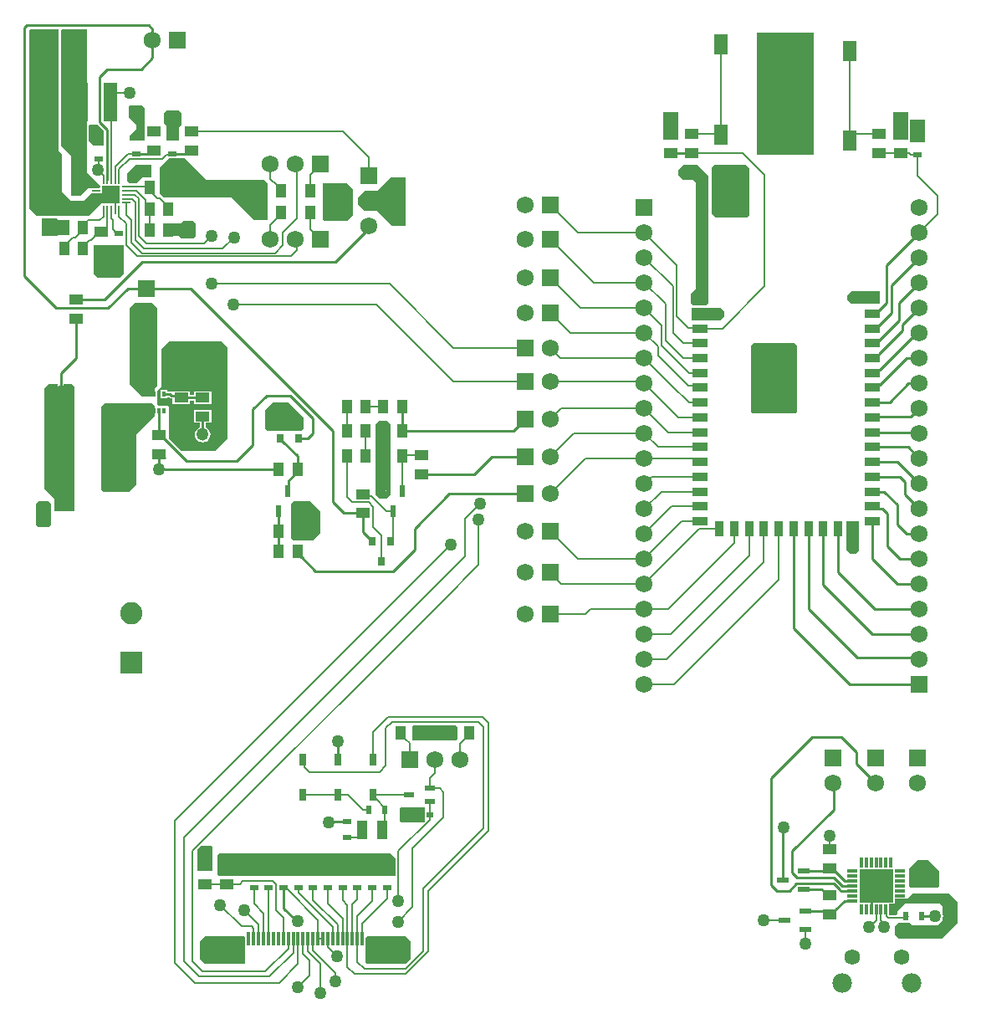
<source format=gtl>
G04*
G04 #@! TF.GenerationSoftware,Altium Limited,Altium Designer,21.0.8 (223)*
G04*
G04 Layer_Physical_Order=1*
G04 Layer_Color=255*
%FSLAX25Y25*%
%MOIN*%
G70*
G04*
G04 #@! TF.SameCoordinates,39A8B939-FCF9-4CCB-A2C1-C80A2B419B22*
G04*
G04*
G04 #@! TF.FilePolarity,Positive*
G04*
G01*
G75*
%ADD13C,0.01000*%
%ADD48R,0.02126X0.03701*%
%ADD49R,0.05709X0.03937*%
%ADD50R,0.03937X0.05709*%
%ADD51R,0.02362X0.04921*%
%ADD52R,0.03150X0.03543*%
%ADD53R,0.03701X0.02126*%
%ADD54R,0.04331X0.07677*%
%ADD55R,0.02953X0.02362*%
%ADD56R,0.04134X0.01968*%
%ADD57R,0.03150X0.04528*%
%ADD58R,0.05512X0.08268*%
%ADD59R,0.04331X0.04331*%
%ADD60R,0.05906X0.03543*%
%ADD61R,0.03543X0.05906*%
%ADD62R,0.10236X0.32284*%
%ADD63R,0.01181X0.01870*%
%ADD64R,0.00787X0.03347*%
%ADD65R,0.03347X0.00787*%
%ADD66R,0.06693X0.06693*%
%ADD67R,0.05709X0.15315*%
%ADD68R,0.10433X0.09055*%
%ADD69R,0.01181X0.05512*%
%ADD70R,0.04921X0.02362*%
%ADD71R,0.13189X0.13189*%
%ADD72R,0.03937X0.01181*%
%ADD73R,0.01181X0.03937*%
%ADD74C,0.00600*%
%ADD75C,0.00750*%
%ADD76C,0.00900*%
%ADD77C,0.00800*%
%ADD78C,0.07795*%
%ADD79C,0.06228*%
%ADD80R,0.08858X0.08858*%
%ADD81C,0.08858*%
%ADD82C,0.06791*%
%ADD83R,0.06791X0.06791*%
%ADD84R,0.06791X0.06791*%
%ADD85C,0.05000*%
G36*
X355142Y345000D02*
X349142D01*
Y356000D01*
X355142D01*
Y345000D01*
D02*
G37*
G36*
X263500D02*
X257500D01*
Y356000D01*
X263500D01*
Y345000D01*
D02*
G37*
G36*
X65500Y355500D02*
Y351000D01*
X64500Y350000D01*
Y344500D01*
X59500D01*
Y350500D01*
X58500Y351500D01*
X58500Y355500D01*
X59500Y356500D01*
X64500D01*
X65500Y355500D01*
D02*
G37*
G36*
X51000Y357500D02*
Y344500D01*
X45000D01*
X45000Y346500D01*
X47500Y349000D01*
Y351000D01*
X44500Y354000D01*
X44500Y358000D01*
X45000Y358500D01*
X50000D01*
X51000Y357500D01*
D02*
G37*
G36*
X362000Y344000D02*
X356000D01*
Y353000D01*
X362000D01*
Y344000D01*
D02*
G37*
G36*
X34500Y348500D02*
Y342500D01*
X30500D01*
X28649Y344351D01*
X28649Y350649D01*
X29000Y351000D01*
X32000Y351000D01*
X34500Y348500D01*
D02*
G37*
G36*
X317500Y339000D02*
X295000D01*
Y387500D01*
X317500D01*
Y339000D01*
D02*
G37*
G36*
X53500Y330000D02*
X50000Y330000D01*
X47500Y327500D01*
X45000D01*
X44000Y328500D01*
Y331500D01*
X47500Y335000D01*
X53500D01*
X53500Y330000D01*
D02*
G37*
G36*
X28000Y388987D02*
X28000Y332000D01*
X33000Y327000D01*
Y325742D01*
X28580Y325742D01*
X25338Y322500D01*
X21500D01*
Y338500D01*
X17500Y342500D01*
Y388646D01*
X17854Y389000D01*
X28000Y388987D01*
D02*
G37*
G36*
X155000Y310500D02*
X149575D01*
X143575Y316500D01*
X138500D01*
X136000Y319000D01*
Y322000D01*
X138500Y324500D01*
X143500Y324500D01*
X149000Y330000D01*
X155000Y330000D01*
Y310500D01*
D02*
G37*
G36*
X16547Y340710D02*
X17913Y339087D01*
X18000Y324000D01*
X21500Y320500D01*
X26500Y320500D01*
X29500Y323500D01*
X33500D01*
X33581Y323581D01*
X33942D01*
Y323942D01*
X34000Y324000D01*
Y326500D01*
X41000D01*
Y319500D01*
X40144D01*
Y321425D01*
X40068Y321806D01*
X39852Y322128D01*
X38278Y323703D01*
X37955Y323918D01*
X37575Y323994D01*
X37194Y323918D01*
X36872Y323703D01*
X36656Y323380D01*
X36581Y323000D01*
X36656Y322620D01*
X36872Y322297D01*
X38155Y321013D01*
Y319500D01*
X33500D01*
X28500Y314500D01*
X8000D01*
X5000Y317500D01*
Y388500D01*
X5500Y389000D01*
X16500D01*
X16547Y340710D01*
D02*
G37*
G36*
X290500Y335000D02*
X292000Y333500D01*
X292000Y315000D01*
X291000Y314000D01*
X278500D01*
X277000Y315500D01*
X277000Y334000D01*
X278000Y335000D01*
X290500Y335000D01*
D02*
G37*
G36*
X75500Y329000D02*
X98500D01*
X100000Y327500D01*
X100000Y313000D01*
X94500Y313000D01*
X85500Y322000D01*
X58500Y322000D01*
X57000Y323500D01*
Y334000D01*
X60500Y337500D01*
X67000D01*
X75500Y329000D01*
D02*
G37*
G36*
X134000Y325000D02*
Y315000D01*
X131500Y312500D01*
X122500D01*
X122000Y313000D01*
Y327500D01*
X131500D01*
X134000Y325000D01*
D02*
G37*
G36*
X16500Y313000D02*
X21000D01*
Y307000D01*
X16500D01*
X16000Y306500D01*
X10000D01*
Y313500D01*
X16000D01*
X16500Y313000D01*
D02*
G37*
G36*
X71091Y311500D02*
Y306500D01*
X70091Y305500D01*
X65591D01*
X64591Y306500D01*
X59091D01*
Y311500D01*
X65091D01*
X66091Y312500D01*
X70091Y312500D01*
X71091Y311500D01*
D02*
G37*
G36*
X42500Y291500D02*
X41000Y290000D01*
X32000D01*
X30500Y291500D01*
Y303000D01*
X42500D01*
Y291500D01*
D02*
G37*
G36*
X344000Y279500D02*
X332500D01*
X331000Y281000D01*
Y283000D01*
X332500Y284500D01*
X344000D01*
Y279500D01*
D02*
G37*
G36*
X271000Y335000D02*
X275506Y330494D01*
X275506Y280000D01*
X274500Y279000D01*
X270992Y279000D01*
X269500Y279000D01*
X268500Y280000D01*
Y283500D01*
X270500Y285500D01*
X270500Y327992D01*
X269508Y329000D01*
X265489Y329000D01*
X263500Y331000D01*
Y332989D01*
X265489Y335000D01*
X266500Y335000D01*
X271000Y335000D01*
D02*
G37*
G36*
X282000Y276500D02*
Y274500D01*
X280500Y273000D01*
X269000D01*
Y278000D01*
X280500D01*
X282000Y276500D01*
D02*
G37*
G36*
X23000Y246500D02*
Y209000D01*
X23000Y197000D01*
X15000Y197000D01*
X15000Y202000D01*
X11000Y206000D01*
Y246000D01*
X12500Y247500D01*
X16378D01*
Y244500D01*
X16464Y244071D01*
X16707Y243707D01*
X17071Y243464D01*
X17500Y243378D01*
X17929Y243464D01*
X18293Y243707D01*
X18536Y244071D01*
X18621Y244500D01*
Y247500D01*
X22000D01*
X23000Y246500D01*
D02*
G37*
G36*
X54000Y280000D02*
X56000Y278000D01*
X56000Y247000D01*
X55000Y246000D01*
X55000Y242500D01*
X50000Y242500D01*
X45000Y247500D01*
X45000Y278000D01*
X47000Y280000D01*
X54000Y280000D01*
D02*
G37*
G36*
X311000Y262955D02*
Y236500D01*
X310500Y236000D01*
X293000D01*
X292500Y236500D01*
Y263000D01*
X293500Y264000D01*
X309955D01*
X311000Y262955D01*
D02*
G37*
G36*
X114379Y234121D02*
Y229813D01*
X113379Y228813D01*
X99879Y228813D01*
X98879Y229813D01*
X98879Y237313D01*
X101879Y240313D01*
X108187D01*
X114379Y234121D01*
D02*
G37*
G36*
X84000Y262000D02*
X84000Y226000D01*
X79000Y221000D01*
X65500D01*
X60500Y226000D01*
X60500Y238500D01*
X60000Y239000D01*
X56500D01*
X56000Y239500D01*
Y245000D01*
X57500Y246500D01*
Y261500D01*
X60500Y264500D01*
X81500D01*
X84000Y262000D01*
D02*
G37*
G36*
X55000Y239000D02*
Y235024D01*
X47500Y227524D01*
Y207500D01*
X44500Y204500D01*
X34500D01*
X33500Y205500D01*
Y238500D01*
X35000Y240000D01*
X54000D01*
X55000Y239000D01*
D02*
G37*
G36*
X147500Y233000D02*
X149000Y231500D01*
X149000Y203500D01*
X147500Y202000D01*
X144500D01*
X143000Y203500D01*
Y231500D01*
X144500Y233000D01*
X147500Y233000D01*
D02*
G37*
G36*
X13500Y200000D02*
Y191500D01*
X12500Y190500D01*
X8500D01*
X7500Y191500D01*
Y200000D01*
X8500Y201000D01*
X12500D01*
X13500Y200000D01*
D02*
G37*
G36*
X120813Y196879D02*
Y188379D01*
X117813Y185379D01*
X110313Y185379D01*
X109313Y186379D01*
X109313Y199879D01*
X110313Y200879D01*
X116813D01*
X120813Y196879D01*
D02*
G37*
G36*
X335583Y181461D02*
X334083Y179961D01*
X332083D01*
X330583Y181461D01*
Y192961D01*
X335583D01*
Y181461D01*
D02*
G37*
G36*
X175502Y111017D02*
X175482Y105982D01*
X175000Y105500D01*
X158000Y105500D01*
X157500Y106000D01*
X157500Y111000D01*
X158000Y111500D01*
X175000Y111500D01*
X175502Y111017D01*
D02*
G37*
G36*
X162575Y73373D02*
X162202Y73000D01*
X153075D01*
X152575Y73500D01*
Y78500D01*
X153075Y79000D01*
X162575D01*
Y73373D01*
D02*
G37*
G36*
X78000Y63000D02*
Y53500D01*
X72000D01*
Y62202D01*
X73298Y63500D01*
X77500D01*
X78000Y63000D01*
D02*
G37*
G36*
X151000Y58500D02*
Y52000D01*
X150500Y51500D01*
X80500D01*
X80000Y52000D01*
Y60000D01*
X80500Y60500D01*
X149000D01*
X151000Y58500D01*
D02*
G37*
G36*
X367500Y53500D02*
Y47500D01*
X367000Y47000D01*
X356000D01*
X355500Y47500D01*
Y54500D01*
X359000Y58000D01*
X363000D01*
X367500Y53500D01*
D02*
G37*
G36*
X371500Y44500D02*
X375000Y41000D01*
X375000Y33000D01*
X368500Y26500D01*
X351500D01*
X350000Y28000D01*
Y31500D01*
X351500Y33000D01*
X356000D01*
X357000Y32000D01*
X367000Y32000D01*
X369000Y34000D01*
Y34642D01*
X369020Y34691D01*
X369127Y35500D01*
X369020Y36309D01*
X369000Y36358D01*
X369000Y39500D01*
X368000Y40500D01*
X354000D01*
X351000Y37500D01*
Y36500D01*
X350500Y36000D01*
X347651D01*
X347539Y36111D01*
Y40485D01*
X349606D01*
Y40498D01*
X350000Y40500D01*
Y42500D01*
X355000D01*
X357000Y44500D01*
X371500Y44500D01*
D02*
G37*
G36*
X157000Y25500D02*
Y18500D01*
X155000Y16500D01*
X139500D01*
X139000Y17000D01*
Y27000D01*
X139500Y27500D01*
X155000D01*
X157000Y25500D01*
D02*
G37*
G36*
X91000Y27000D02*
Y17000D01*
X90500Y16500D01*
X75000D01*
X73000Y18500D01*
Y25500D01*
X75000Y27500D01*
X90500D01*
X91000Y27000D01*
D02*
G37*
%LPC*%
G36*
X59763Y245190D02*
X57382D01*
Y242120D01*
X59763D01*
Y242533D01*
X60381D01*
X60707Y242207D01*
X60707Y242207D01*
X61071Y241964D01*
X61500Y241879D01*
X62046D01*
Y239672D01*
X68954D01*
Y241119D01*
X70546D01*
Y239672D01*
X77454D01*
Y244809D01*
X70546D01*
Y243362D01*
X68954D01*
Y244809D01*
X62046D01*
Y244748D01*
X61859Y244610D01*
X61546Y244510D01*
X61275Y244691D01*
X60846Y244776D01*
X60845Y244776D01*
X59763D01*
Y245190D01*
D02*
G37*
G36*
X77454Y237328D02*
X70546D01*
Y232191D01*
X72878D01*
Y230391D01*
X72437Y230208D01*
X71789Y229711D01*
X71292Y229063D01*
X70980Y228309D01*
X70873Y227500D01*
X70980Y226691D01*
X71292Y225937D01*
X71789Y225289D01*
X72437Y224792D01*
X73191Y224480D01*
X74000Y224373D01*
X74809Y224480D01*
X75563Y224792D01*
X76211Y225289D01*
X76708Y225937D01*
X77020Y226691D01*
X77127Y227500D01*
X77020Y228309D01*
X76708Y229063D01*
X76211Y229711D01*
X75563Y230208D01*
X75122Y230391D01*
Y232191D01*
X77454D01*
Y237328D01*
D02*
G37*
G36*
X146000Y206275D02*
X145571Y206190D01*
X145207Y205947D01*
X145187Y205927D01*
X144944Y205563D01*
X144859Y205134D01*
X144944Y204705D01*
X145187Y204341D01*
X145551Y204098D01*
X145980Y204012D01*
X146409Y204098D01*
X146773Y204341D01*
X146793Y204361D01*
X147036Y204724D01*
X147122Y205153D01*
X147036Y205583D01*
X146793Y205947D01*
X146429Y206190D01*
X146000Y206275D01*
D02*
G37*
%LPD*%
D13*
X345689Y204811D02*
X351000Y199500D01*
Y191500D02*
X354500Y188000D01*
X351000Y191500D02*
Y199500D01*
X347000Y183000D02*
X352000Y178000D01*
X347000Y183000D02*
Y196000D01*
X345000Y198000D02*
X347000Y196000D01*
X354500Y188000D02*
X359642D01*
X352000Y178000D02*
X359642D01*
X351000Y168000D02*
X359642D01*
X341039Y177961D02*
Y193000D01*
Y177961D02*
X351000Y168000D01*
X341945Y198000D02*
X345000D01*
X341039Y198906D02*
X341945Y198000D01*
X341039Y204811D02*
X345689D01*
X334500Y96149D02*
X342149Y88500D01*
X328587Y107000D02*
X334500Y101087D01*
Y96149D02*
Y101087D01*
X317000Y107000D02*
X328587D01*
X300644Y90645D02*
X317000Y107000D01*
X300644Y47855D02*
Y90645D01*
X305366Y50000D02*
Y70866D01*
X343827Y253327D02*
X358500Y268000D01*
X359642D01*
X341039Y252055D02*
X342311Y253327D01*
X343827D01*
X145980Y205134D02*
X146000Y205153D01*
X118000Y228000D02*
Y234000D01*
X112240Y226063D02*
X116063D01*
X118000Y228000D01*
X67549Y216978D02*
X87500D01*
X109000Y243000D02*
X118000Y234000D01*
X94000Y237500D02*
X99500Y243000D01*
X109000D01*
X87500Y216978D02*
X94000Y223478D01*
Y237500D01*
X111740Y212614D02*
Y213500D01*
X104760Y225866D02*
Y226063D01*
Y225866D02*
X105835Y224791D01*
X106032D01*
X111740Y219083D01*
Y213500D02*
Y219083D01*
X360650Y35500D02*
X366000D01*
X340443Y38231D02*
Y45711D01*
X342412Y47679D01*
X128000Y97890D02*
Y105390D01*
X124227Y73150D02*
X131500D01*
X124161Y73084D02*
X124227Y73150D01*
X106278Y38722D02*
X111750Y33250D01*
X106278Y38722D02*
Y46850D01*
X325492Y77992D02*
Y88333D01*
X309000Y61500D02*
X325492Y77992D01*
X126856Y296356D02*
X140077Y309577D01*
X34740Y281240D02*
X49856Y296356D01*
X126856D01*
X140077Y309577D02*
Y310484D01*
X23500Y281240D02*
X34740D01*
X23500Y258000D02*
Y273760D01*
X17500Y252000D02*
X23500Y258000D01*
X17500Y244500D02*
Y252000D01*
X58854Y225673D02*
X67549Y216978D01*
X110272Y211146D02*
X110272D01*
X108000Y205634D02*
X108135Y205768D01*
Y209009D01*
X110272Y211146D01*
X110272D02*
X111740Y212614D01*
X58854Y225673D02*
Y225772D01*
X57386Y227240D02*
X58854Y225772D01*
X56604Y227240D02*
X57386D01*
X56604D02*
Y237056D01*
X74000Y227500D02*
Y234760D01*
Y225500D02*
Y227500D01*
X65500Y242240D02*
X74000D01*
X64740Y243000D02*
X65500Y242240D01*
X61500Y243000D02*
X64740D01*
X58572Y243655D02*
X60846D01*
X61500Y243000D01*
X62000Y339350D02*
X68090D01*
X325324Y88500D02*
X325492Y88333D01*
X47500Y339350D02*
X53091D01*
X47000D02*
X47500D01*
X359500Y127858D02*
X359642Y128000D01*
X300644Y47855D02*
X302789Y45711D01*
X309000Y53000D02*
Y61500D01*
X313634Y46240D02*
X313778Y46384D01*
X323800Y36404D02*
X324686D01*
X322914Y43884D02*
X323800D01*
X324000Y54760D02*
X324886D01*
X329774Y41774D02*
X332963D01*
X329958Y49648D02*
X332963D01*
X327754Y46297D02*
Y46308D01*
X328821Y47679D02*
X332963D01*
X324886Y54760D02*
X326354Y53291D01*
X323000Y53760D02*
X324000Y54760D01*
X326354Y53251D02*
Y53291D01*
X320616Y46384D02*
X321446Y45554D01*
Y45353D02*
Y45554D01*
Y45353D02*
X322914Y43884D01*
X322444Y37760D02*
X323800Y36404D01*
X326154Y37872D02*
Y38154D01*
X324686Y36404D02*
X326154Y37872D01*
X327754Y46297D02*
X328340Y45711D01*
X332963D01*
X326154Y38154D02*
X329774Y41774D01*
X325541Y48521D02*
X327754Y46308D01*
X325500Y51000D02*
X328821Y47679D01*
X307907Y45711D02*
X310718Y48521D01*
X302789Y45711D02*
X307907D01*
X309000Y53000D02*
X311000Y51000D01*
X326354Y53251D02*
X329958Y49648D01*
X310718Y48521D02*
X325541D01*
X311000Y51000D02*
X325500D01*
X313778Y46384D02*
X320616D01*
X313634Y53760D02*
X323000D01*
X314134Y37760D02*
X322444D01*
X332000Y128000D02*
X359642D01*
X309543Y150457D02*
X332000Y128000D01*
X309543Y150457D02*
Y190047D01*
X359142Y138500D02*
X359642Y138000D01*
X335000Y138500D02*
X359142D01*
X315449Y158051D02*
X335000Y138500D01*
X315449Y158051D02*
Y190047D01*
X341000Y148000D02*
X359642D01*
X321354Y167646D02*
X341000Y148000D01*
X321354Y167646D02*
Y190047D01*
X342000Y158000D02*
X359642D01*
X327260Y172740D02*
X342000Y158000D01*
X327260Y172740D02*
Y190047D01*
X359500Y198000D02*
X359642D01*
X354000Y203500D02*
X359500Y198000D01*
X351783Y210717D02*
X354000Y208500D01*
Y203500D02*
Y208500D01*
X341039Y210717D02*
X351783D01*
X341039Y216622D02*
X351020D01*
X359642Y208000D01*
X341039Y222528D02*
X355114D01*
X359642Y218000D01*
X341039Y228433D02*
X359209D01*
X359642Y228000D01*
X341000Y234500D02*
X356142D01*
X359642Y238000D01*
X341000Y234378D02*
X341039Y234339D01*
X341000Y234378D02*
Y234500D01*
X359474Y247832D02*
X359642Y248000D01*
X355332Y247832D02*
X359474D01*
X347744Y240244D02*
X355332Y247832D01*
X341039Y240244D02*
X347744D01*
X342311Y247421D02*
X343921D01*
X354500Y258000D02*
X359642D01*
X341039Y246150D02*
X342311Y247421D01*
X343921D02*
X354500Y258000D01*
X351500Y280000D02*
X359500Y288000D01*
X343638Y265138D02*
X351500Y273000D01*
Y280000D01*
X353000Y271358D02*
X359642Y278000D01*
X353000Y269000D02*
Y271358D01*
X343492Y259492D02*
X353000Y269000D01*
X341039Y257961D02*
X342220D01*
X343492Y259232D01*
Y259492D01*
X359500Y288000D02*
X359642D01*
X341039Y263866D02*
X342311Y265138D01*
X343638D01*
X348500Y276000D02*
Y286858D01*
X343543Y271043D02*
X348500Y276000D01*
Y286858D02*
X359642Y298000D01*
X341039Y269772D02*
X342311Y271043D01*
X343543D01*
X343492Y276992D02*
X346500Y280000D01*
Y294858D02*
X359642Y308000D01*
X346500Y280000D02*
Y294858D01*
X341039Y275677D02*
X342220D01*
X343492Y276949D01*
Y276992D01*
X68090Y339350D02*
X69500Y340760D01*
X53091Y339350D02*
X54500Y340760D01*
D48*
X279650Y318000D02*
D03*
X273350D02*
D03*
X279650Y323500D02*
D03*
X273350D02*
D03*
Y329000D02*
D03*
X279650D02*
D03*
X140350Y78000D02*
D03*
X146650D02*
D03*
X16650Y199000D02*
D03*
X10350D02*
D03*
X54350Y248500D02*
D03*
X60650D02*
D03*
X22650Y335500D02*
D03*
X16350D02*
D03*
X22650Y330000D02*
D03*
X16350D02*
D03*
X22650Y324500D02*
D03*
X16350D02*
D03*
X360650Y35500D02*
D03*
X354350D02*
D03*
D49*
X161240Y219240D02*
D03*
Y211760D02*
D03*
X137740Y203740D02*
D03*
Y196260D02*
D03*
X83500Y55740D02*
D03*
Y48260D02*
D03*
X75000D02*
D03*
Y55740D02*
D03*
X269000Y347240D02*
D03*
Y339760D02*
D03*
X260500D02*
D03*
Y347240D02*
D03*
X56500Y227240D02*
D03*
Y219760D02*
D03*
X74000Y242240D02*
D03*
Y234760D02*
D03*
X65500D02*
D03*
Y242240D02*
D03*
X23500Y273760D02*
D03*
Y281240D02*
D03*
X33500Y308240D02*
D03*
Y300760D02*
D03*
X69500Y340760D02*
D03*
Y348240D02*
D03*
X54500Y340760D02*
D03*
Y348240D02*
D03*
X324000Y62240D02*
D03*
Y54760D02*
D03*
X323800Y43884D02*
D03*
Y36404D02*
D03*
X352142Y347240D02*
D03*
Y339760D02*
D03*
X343642D02*
D03*
Y347240D02*
D03*
D50*
X153480Y219000D02*
D03*
X146000D02*
D03*
Y229000D02*
D03*
X153480D02*
D03*
Y238500D02*
D03*
X146000D02*
D03*
X138980Y219000D02*
D03*
X131500D02*
D03*
Y229000D02*
D03*
X138980D02*
D03*
Y238500D02*
D03*
X131500D02*
D03*
X105097Y324500D02*
D03*
X97616D02*
D03*
X105097Y316000D02*
D03*
X97616D02*
D03*
X124448D02*
D03*
X116968D02*
D03*
X124448Y324500D02*
D03*
X116968D02*
D03*
X172760Y108500D02*
D03*
X180240D02*
D03*
X160240D02*
D03*
X152760D02*
D03*
X111740Y181000D02*
D03*
X104260D02*
D03*
Y189000D02*
D03*
X111740D02*
D03*
Y213500D02*
D03*
X104260D02*
D03*
X26240Y310000D02*
D03*
X18760D02*
D03*
X26240Y301500D02*
D03*
X18760D02*
D03*
X52760Y309000D02*
D03*
X60240D02*
D03*
Y317425D02*
D03*
X52760D02*
D03*
X60240Y325850D02*
D03*
X52760D02*
D03*
D51*
X153500Y205134D02*
D03*
X145980D02*
D03*
X149740Y196866D02*
D03*
X104240D02*
D03*
X111760D02*
D03*
X108000Y205134D02*
D03*
D52*
X148980Y184937D02*
D03*
X141500D02*
D03*
X145201Y177063D02*
D03*
X108539Y233937D02*
D03*
X112240Y226063D02*
D03*
X104760D02*
D03*
D53*
X131500Y66850D02*
D03*
Y73150D02*
D03*
X40500Y307650D02*
D03*
Y301350D02*
D03*
X32500Y343650D02*
D03*
Y337350D02*
D03*
X62000Y339350D02*
D03*
Y345650D02*
D03*
X47500Y339350D02*
D03*
Y345650D02*
D03*
X364220Y42795D02*
D03*
Y49095D02*
D03*
X358221Y42295D02*
D03*
Y48594D02*
D03*
X94500Y53150D02*
D03*
Y46850D02*
D03*
X100389Y53150D02*
D03*
Y46850D02*
D03*
X106278Y53150D02*
D03*
Y46850D02*
D03*
X112167Y53150D02*
D03*
Y46850D02*
D03*
X118055Y53150D02*
D03*
Y46850D02*
D03*
X123944Y53150D02*
D03*
Y46850D02*
D03*
X129833Y53150D02*
D03*
Y46850D02*
D03*
X135722Y53150D02*
D03*
Y46850D02*
D03*
X141611Y53150D02*
D03*
Y46850D02*
D03*
X147500Y53150D02*
D03*
Y46850D02*
D03*
X359000Y345150D02*
D03*
Y338850D02*
D03*
D54*
X145437Y70000D02*
D03*
X137563D02*
D03*
D55*
X160335Y76000D02*
D03*
X164665D02*
D03*
D56*
X156366Y84000D02*
D03*
X164634Y86559D02*
D03*
Y81441D02*
D03*
D57*
X142000Y84110D02*
D03*
Y97890D02*
D03*
X128000Y84110D02*
D03*
Y97890D02*
D03*
X114000D02*
D03*
Y84110D02*
D03*
D58*
X314142Y344587D02*
D03*
Y380413D02*
D03*
X331858Y344587D02*
D03*
Y380413D02*
D03*
X298358Y382913D02*
D03*
Y347087D02*
D03*
X280642Y382913D02*
D03*
Y347087D02*
D03*
D59*
X307811Y243984D02*
D03*
X301905D02*
D03*
X296000D02*
D03*
Y249890D02*
D03*
Y255795D02*
D03*
X301905D02*
D03*
X307811D02*
D03*
Y249890D02*
D03*
X301905D02*
D03*
D60*
X341039Y281583D02*
D03*
Y275677D02*
D03*
Y269772D02*
D03*
Y263866D02*
D03*
Y257961D02*
D03*
Y252055D02*
D03*
Y246150D02*
D03*
Y240244D02*
D03*
Y234339D02*
D03*
Y228433D02*
D03*
Y222528D02*
D03*
Y216622D02*
D03*
Y210717D02*
D03*
Y204811D02*
D03*
Y198906D02*
D03*
Y193000D02*
D03*
X272142D02*
D03*
Y198906D02*
D03*
Y204811D02*
D03*
Y210717D02*
D03*
Y216622D02*
D03*
Y222528D02*
D03*
Y228433D02*
D03*
Y234339D02*
D03*
Y240244D02*
D03*
Y246150D02*
D03*
Y252055D02*
D03*
Y257961D02*
D03*
Y263866D02*
D03*
Y269772D02*
D03*
Y275677D02*
D03*
Y281583D02*
D03*
D61*
X333165Y190047D02*
D03*
X327260D02*
D03*
X321354D02*
D03*
X315449D02*
D03*
X309543D02*
D03*
X303638D02*
D03*
X297732D02*
D03*
X291827D02*
D03*
X285921D02*
D03*
X280016D02*
D03*
D62*
X39524Y222000D02*
D03*
X17476D02*
D03*
D63*
X58572Y243655D02*
D03*
X56604D02*
D03*
X54635D02*
D03*
Y237056D02*
D03*
X56604D02*
D03*
X58572D02*
D03*
D64*
X34425Y317094D02*
D03*
X36000D02*
D03*
X37575D02*
D03*
X39150D02*
D03*
X40724D02*
D03*
Y328906D02*
D03*
X39150D02*
D03*
X37575D02*
D03*
X36000D02*
D03*
X34425D02*
D03*
D65*
X43480Y319850D02*
D03*
Y321425D02*
D03*
Y323000D02*
D03*
Y324575D02*
D03*
Y326150D02*
D03*
X31669D02*
D03*
Y324575D02*
D03*
Y323000D02*
D03*
Y321425D02*
D03*
Y319850D02*
D03*
D66*
X37575Y323000D02*
D03*
D67*
X25693Y360000D02*
D03*
X37307D02*
D03*
D68*
X144626Y21870D02*
D03*
X85374D02*
D03*
D69*
X137638Y26791D02*
D03*
X135669D02*
D03*
X133701D02*
D03*
X131732D02*
D03*
X129764D02*
D03*
X127795D02*
D03*
X125827D02*
D03*
X123858D02*
D03*
X121890D02*
D03*
X119921D02*
D03*
X117953D02*
D03*
X115984D02*
D03*
X114016D02*
D03*
X112047D02*
D03*
X110079D02*
D03*
X108110D02*
D03*
X106142D02*
D03*
X104173D02*
D03*
X102205D02*
D03*
X100236D02*
D03*
X98268D02*
D03*
X96299D02*
D03*
X94331D02*
D03*
X92362D02*
D03*
D70*
X314134Y30240D02*
D03*
Y37760D02*
D03*
X305866Y34000D02*
D03*
X313634Y46240D02*
D03*
Y53760D02*
D03*
X305366Y50000D02*
D03*
D71*
X342412Y47679D02*
D03*
D72*
X332963Y41774D02*
D03*
Y43742D02*
D03*
Y45711D02*
D03*
Y47679D02*
D03*
Y49648D02*
D03*
Y51616D02*
D03*
Y53585D02*
D03*
X351860D02*
D03*
Y51616D02*
D03*
Y49648D02*
D03*
Y47679D02*
D03*
Y45711D02*
D03*
Y43742D02*
D03*
Y41774D02*
D03*
D73*
X336506Y57128D02*
D03*
X338475D02*
D03*
X340443D02*
D03*
X342412D02*
D03*
X344380D02*
D03*
X346349D02*
D03*
X348317D02*
D03*
Y38231D02*
D03*
X346349D02*
D03*
X344380D02*
D03*
X342412D02*
D03*
X340443D02*
D03*
X338475D02*
D03*
X336506D02*
D03*
D74*
X269090Y339669D02*
X289331D01*
X298000Y286500D02*
Y331000D01*
X289331Y339669D02*
X298000Y331000D01*
X345721Y31445D02*
Y32636D01*
X344380Y33976D02*
Y38231D01*
Y33976D02*
X345721Y32636D01*
X339721Y31445D02*
X342412Y34136D01*
Y38231D01*
X178500Y179000D02*
Y194000D01*
X66500Y67000D02*
X178500Y179000D01*
X66500Y17500D02*
Y67000D01*
X63000Y17000D02*
Y73500D01*
X173000Y183500D01*
X70000Y17500D02*
Y61500D01*
X169500Y161000D02*
X169500D01*
X70000Y61500D02*
X169500Y161000D01*
X169500D02*
X184000Y175500D01*
X297500Y34000D02*
X305866D01*
X153500Y205134D02*
Y218980D01*
X153480Y219000D02*
X153500Y218980D01*
X153720Y219240D02*
X161240D01*
X153480Y219000D02*
X153720Y219240D01*
X141143Y202857D02*
X147134Y196866D01*
X149740D01*
X137740Y203740D02*
X138623Y202857D01*
X141143D01*
X142000Y190500D02*
Y198750D01*
X140250Y200500D02*
X142000Y198750D01*
X133500Y200500D02*
X140250D01*
X131500Y202500D02*
X133500Y200500D01*
X131500Y202500D02*
Y219000D01*
X149740Y185697D02*
Y196866D01*
X148980Y184937D02*
X149740Y185697D01*
X145201Y177063D02*
Y187299D01*
X142000Y190500D02*
X145201Y187299D01*
X138980Y219000D02*
Y229000D01*
Y238500D02*
X146000D01*
X131500Y229000D02*
Y238500D01*
X184000Y175500D02*
Y193500D01*
X178500Y194000D02*
X184500Y200000D01*
X184500D01*
X63000Y17000D02*
X71000Y9000D01*
X104500D01*
X112047Y16547D01*
Y26791D01*
X70000Y17500D02*
X74000Y13500D01*
X99000D01*
X108110Y22610D01*
Y26791D01*
X100500Y11500D02*
X110079Y21079D01*
Y26791D01*
X66500Y17500D02*
X72500Y11500D01*
X100500D01*
X120844Y4862D02*
Y16656D01*
X115984Y21516D02*
X120844Y16656D01*
X127000Y9500D02*
Y13000D01*
X117953Y22047D02*
X127000Y13000D01*
X117953Y22047D02*
Y26791D01*
X115984Y21516D02*
Y26791D01*
X111883Y7384D02*
X116500Y12000D01*
X111843Y7384D02*
X111883D01*
X116500Y12000D02*
Y18000D01*
X114016Y20484D02*
X116500Y18000D01*
X114016Y20484D02*
Y26791D01*
X281272Y269772D02*
X298000Y286500D01*
X347353Y35000D02*
X354350D01*
X355138Y35788D01*
X346349Y38231D02*
X346551Y38028D01*
Y35802D02*
Y38028D01*
Y35802D02*
X347353Y35000D01*
X250000Y298000D02*
X261500Y286500D01*
Y268000D02*
X265500Y264000D01*
X261500Y268000D02*
Y286500D01*
X250000Y308000D02*
X263000Y295000D01*
Y274500D02*
X267500Y270000D01*
X263000Y274500D02*
Y295000D01*
X272142Y269772D02*
X281272D01*
X250000Y288000D02*
X258500Y279500D01*
Y265000D02*
Y279500D01*
Y265000D02*
X265500Y258000D01*
X250000Y268000D02*
X255500Y262500D01*
Y259000D02*
X267640Y246860D01*
X255500Y259000D02*
Y262500D01*
X250000Y278000D02*
X257000Y271000D01*
Y263000D02*
X267945Y252055D01*
X257000Y263000D02*
Y271000D01*
X359642Y308000D02*
X367000Y315358D01*
Y322500D01*
X359000Y330500D02*
X367000Y322500D01*
X359000Y330500D02*
Y338850D01*
X164500Y76000D02*
Y81307D01*
X164634Y86559D02*
Y90650D01*
X166500Y92516D01*
Y97890D01*
X96299Y26791D02*
Y32201D01*
X157500Y39165D02*
Y62500D01*
X151796Y33461D02*
X157500Y39165D01*
X90500Y38000D02*
X96299Y32201D01*
X152000Y41500D02*
Y61500D01*
X164500Y74000D01*
X157500Y62500D02*
X170000Y75000D01*
X80862Y40071D02*
X89434Y31500D01*
X93500D02*
X94331Y30669D01*
X89434Y31500D02*
X93500D01*
X94331Y26791D02*
Y30669D01*
X170000Y75000D02*
Y85000D01*
X164634Y86559D02*
X168441D01*
X170000Y85000D01*
X164500Y81307D02*
X164634Y81441D01*
X164500Y74000D02*
Y76000D01*
X101926Y49500D02*
X103139Y48286D01*
Y37861D02*
Y48286D01*
X90000Y49500D02*
X101926D01*
X103139Y37861D02*
X106142Y34858D01*
Y26791D02*
Y34858D01*
X88760Y48260D02*
X90000Y49500D01*
X83500Y48260D02*
X88760D01*
X75000D02*
X83500D01*
X94500Y40500D02*
Y46850D01*
X98268Y26791D02*
Y36732D01*
X94500Y40500D02*
X98268Y36732D01*
X100236Y26791D02*
Y46698D01*
X100389Y46850D01*
X123858Y23401D02*
X127710Y19549D01*
X123858Y23401D02*
Y26791D01*
X228500Y158000D02*
X250000D01*
X226500Y156000D02*
X228500Y158000D01*
X212500Y156000D02*
X226500D01*
X212500Y172500D02*
X217000Y168000D01*
X250000D01*
X212500Y189000D02*
X223500Y178000D01*
X250000D01*
X212500Y203875D02*
X226625Y218000D01*
X250000D01*
X212500Y218750D02*
X221750Y228000D01*
X250000D01*
X212500Y233625D02*
X216875Y238000D01*
X250000D01*
X212500Y248500D02*
X249500D01*
X250000Y248000D01*
X212500Y262000D02*
X216500Y258000D01*
X250000D01*
X212500Y276000D02*
X220500Y268000D01*
X250000D01*
X212500Y289947D02*
X224447Y278000D01*
X250000D01*
X223559Y308000D02*
X250000D01*
X212500Y319059D02*
X223559Y308000D01*
X229925Y288000D02*
X250000D01*
X212500Y305425D02*
X229925Y288000D01*
X303638Y169638D02*
Y190047D01*
X262000Y128000D02*
X303638Y169638D01*
X250000Y128000D02*
X262000D01*
X297732Y176732D02*
Y190047D01*
X259000Y138000D02*
X297732Y176732D01*
X250000Y138000D02*
X259000D01*
X291827Y179327D02*
Y190047D01*
X260500Y148000D02*
X291827Y179327D01*
X250000Y148000D02*
X260500D01*
X285921Y184421D02*
Y190047D01*
X259500Y158000D02*
X285921Y184421D01*
X250000Y158000D02*
X259500D01*
X250000Y168000D02*
X272047Y190047D01*
X280016D01*
X250000Y178000D02*
X265000Y193000D01*
X272142D01*
X250000Y188000D02*
X260906Y198906D01*
X272142D01*
X250000Y198000D02*
X256811Y204811D01*
X272142D01*
X250000Y208000D02*
X250145D01*
X252861Y210717D01*
X272142D01*
X250000Y218000D02*
X270764D01*
X272142Y216622D01*
X250000Y228000D02*
X255472Y222528D01*
X272142D01*
X250000Y238000D02*
X259567Y228433D01*
X272142D01*
X250000Y248000D02*
X263661Y234339D01*
X272142D01*
X250000Y298000D02*
X250000D01*
X250000Y288000D02*
X250000D01*
X250000Y268000D02*
X250000D01*
X267640Y246860D02*
X271432D01*
X261000Y247000D02*
X267756Y240244D01*
X261000Y247000D02*
Y247000D01*
X267756Y240244D02*
X272142D01*
X250000Y258000D02*
X261000Y247000D01*
X250000Y258000D02*
X250000D01*
X271432Y246860D02*
X272142Y246150D01*
X267945Y252055D02*
X272142D01*
X272102Y258000D02*
X272142Y257961D01*
X265500Y258000D02*
X272102D01*
X271913Y270000D02*
X272142Y269772D01*
X267500Y270000D02*
X271913D01*
X272008Y264000D02*
X272142Y263866D01*
X265500Y264000D02*
X272008D01*
X356298Y338850D02*
X359000D01*
X352142Y339760D02*
X352298Y339604D01*
X355545D01*
X356298Y338850D01*
X343642Y339760D02*
X352142D01*
X331858Y344784D02*
Y380413D01*
X334314Y347240D02*
X343642D01*
X331858Y344784D02*
X334314Y347240D01*
X280488D02*
X280642Y347394D01*
Y382913D01*
X269000Y347240D02*
X280488D01*
X269000Y339760D02*
X269090Y339669D01*
X111500Y300844D02*
Y305000D01*
X48000Y298500D02*
X109156D01*
X111500Y300844D01*
X43500Y303000D02*
Y311690D01*
X40724Y314466D02*
Y317094D01*
Y314466D02*
X43500Y311690D01*
X45500Y304000D02*
Y312910D01*
X43480Y314930D02*
Y319850D01*
Y314930D02*
X45500Y312910D01*
X49800Y299700D02*
X102811D01*
X45500Y304000D02*
X49800Y299700D01*
X43500Y303000D02*
X48000Y298500D01*
X37575Y313720D02*
X38198Y313097D01*
X37575Y313720D02*
Y317094D01*
X38198Y309302D02*
Y313097D01*
Y309302D02*
X38950Y308551D01*
Y308413D02*
Y308551D01*
Y308413D02*
X39713Y307650D01*
X40500D01*
X102811Y299700D02*
X106000Y302889D01*
X111032Y335203D02*
X111500Y334735D01*
Y313500D02*
Y334735D01*
X106000Y308000D02*
X111500Y313500D01*
X106000Y302889D02*
Y308000D01*
D75*
X149500Y113000D02*
X184000D01*
X186000Y70500D02*
Y111000D01*
X184000Y113000D02*
X186000Y111000D01*
X188000Y69500D02*
Y112500D01*
X185500Y115000D02*
X188000Y112500D01*
X148000Y115000D02*
X185500D01*
X164000Y45500D02*
X188000Y69500D01*
X162000Y46500D02*
X186000Y70500D01*
X154803Y12500D02*
X164000Y21697D01*
X131732Y15268D02*
X134500Y12500D01*
X154803D01*
X154894Y14500D02*
X162000Y21606D01*
X138500Y14500D02*
X154894D01*
X135669Y17331D02*
X138500Y14500D01*
X56828Y321782D02*
X58647Y319964D01*
X55964Y321782D02*
X56828D01*
X54376Y323371D02*
X55964Y321782D01*
X54353Y323371D02*
X54376D01*
X52760Y324965D02*
X54353Y323371D01*
X52760Y324965D02*
Y325850D01*
X58647Y319019D02*
Y319964D01*
Y319019D02*
X60240Y317425D01*
X131500Y66850D02*
X135773D01*
X137563Y68641D02*
Y70000D01*
X135773Y66850D02*
X137563Y68641D01*
X142000Y83421D02*
X143200Y82222D01*
X146650Y71213D02*
Y78787D01*
X142000Y83421D02*
Y84110D01*
X143216Y82222D02*
X146650Y78787D01*
X143200Y82222D02*
X143216D01*
X142000Y84110D02*
X156256D01*
X156366Y84000D01*
X145437Y70000D02*
X146650Y71213D01*
X138000Y78000D02*
X140350D01*
X128000Y84110D02*
X131890D01*
X138000Y78000D01*
X114000Y84110D02*
X128000D01*
X162000Y21606D02*
Y46500D01*
X164000Y21697D02*
Y45500D01*
X135669Y17331D02*
Y26791D01*
X147000Y110500D02*
X149500Y113000D01*
X147000Y95500D02*
Y110500D01*
X144500Y93000D02*
X147000Y95500D01*
X116500Y93000D02*
X144500D01*
X114000Y97890D02*
X114560Y97330D01*
Y94940D02*
Y97330D01*
Y94940D02*
X116500Y93000D01*
X142000Y97890D02*
Y109000D01*
X148000Y115000D01*
X131732Y15268D02*
Y26791D01*
X156500Y97890D02*
Y104500D01*
X153260Y107614D02*
Y108500D01*
Y107614D02*
X154853Y106021D01*
X154979D01*
X156500Y104500D01*
X176500Y97890D02*
Y104396D01*
X178124Y106021D01*
X178147D01*
X179740Y107614D01*
Y108500D01*
X119921Y26791D02*
X121890D01*
X107753Y46162D02*
Y46162D01*
X119921Y26791D02*
Y33994D01*
X107753Y46162D02*
X119921Y33994D01*
X106278Y46698D02*
X107218D01*
X107753Y46162D01*
X133701Y40201D02*
X135722Y42222D01*
X133701Y26791D02*
Y40201D01*
X135722Y42222D02*
Y46850D01*
X131732Y26791D02*
Y39943D01*
X129833Y41842D02*
Y46850D01*
Y41842D02*
X131732Y39943D01*
X112167Y44833D02*
Y46850D01*
X125827Y26791D02*
Y31173D01*
X112167Y44833D02*
X125827Y31173D01*
X118055Y41945D02*
Y46850D01*
X127795Y26791D02*
Y32205D01*
X118055Y41945D02*
X127795Y32205D01*
X123944Y40556D02*
Y46850D01*
X129764Y26791D02*
Y34736D01*
X123944Y40556D02*
X129764Y34736D01*
X141611Y41611D02*
Y46850D01*
X135669Y35669D02*
X141611Y41611D01*
X135669Y26791D02*
Y35669D01*
X147500Y42500D02*
Y46850D01*
X137638Y32638D02*
X147500Y42500D01*
X137638Y26791D02*
Y32638D01*
X314134Y24634D02*
Y30240D01*
X324000Y62240D02*
Y67500D01*
X174000Y248500D02*
X202500D01*
X86358Y279270D02*
X143230D01*
X174000Y248500D01*
Y262000D02*
X202500D01*
X148500Y287500D02*
X174000Y262000D01*
X77500Y287500D02*
X148500D01*
X50500Y301500D02*
X82000D01*
X86500Y306000D01*
X51500Y303500D02*
X74500D01*
X77500Y306500D01*
X32500Y333360D02*
Y337350D01*
X32125Y332985D02*
X32500Y333360D01*
X34407Y328924D02*
Y330761D01*
X32183Y332985D02*
X34407Y330761D01*
X32125Y332985D02*
X32183D01*
X34407Y328924D02*
X34425Y328906D01*
X37307Y361500D02*
X39307Y363500D01*
X37575Y328906D02*
Y361232D01*
X39307Y363500D02*
X45000D01*
X37307Y361500D02*
X37575Y361232D01*
X28872Y304918D02*
X29555D01*
X32614Y308240D02*
X34000D01*
X31021Y306647D02*
X32614Y308240D01*
X31021Y306383D02*
Y306647D01*
X29555Y304918D02*
X31021Y306383D01*
X33057Y313000D02*
X34425Y314368D01*
X28500Y313000D02*
X33057D01*
X34425Y314368D02*
Y317094D01*
X43499Y321407D02*
X45837D01*
X47150Y304850D02*
Y320094D01*
X45837Y321407D02*
X47150Y320094D01*
Y304850D02*
X50500Y301500D01*
X48500Y306500D02*
X51500Y303500D01*
X48500Y306500D02*
Y321500D01*
X140077Y330484D02*
Y337923D01*
X129760Y348240D02*
X140077Y337923D01*
X69500Y348240D02*
X129760D01*
X27934Y303979D02*
X28872Y304918D01*
X26240Y301500D02*
Y302386D01*
X27834Y303979D02*
X27934D01*
X26240Y302386D02*
X27834Y303979D01*
X20353Y304113D02*
X22240Y306000D01*
X23126D02*
X26240Y309114D01*
X22240Y306000D02*
X23126D01*
X26240Y309114D02*
Y310886D01*
X18760Y301500D02*
X20353Y303094D01*
Y304113D01*
X26240Y310886D02*
X27834Y312479D01*
X27979D01*
X28500Y313000D01*
X51166Y317168D02*
X51835Y316500D01*
X52760Y309000D02*
Y317425D01*
X103503Y326979D02*
X105097Y325386D01*
X101032Y329409D02*
Y335203D01*
Y329409D02*
X103462Y326979D01*
X105097Y324500D02*
Y325386D01*
X103462Y326979D02*
X103503D01*
X101032Y305343D02*
Y311072D01*
X103481Y313521D01*
X103503D01*
X105097Y315114D01*
Y316000D01*
X116968Y309408D02*
Y316000D01*
Y309408D02*
X121032Y305343D01*
X116968Y324500D02*
Y331138D01*
X121032Y335203D01*
X37575Y323000D02*
X39150Y321425D01*
Y317094D02*
Y321425D01*
X43480Y326150D02*
X52130D01*
X52429Y325850D01*
X47470Y324575D02*
X51164Y320881D01*
X51166Y317168D02*
Y320416D01*
X51164Y320419D02*
X51166Y320416D01*
X51164Y320419D02*
Y320881D01*
X43480Y324575D02*
X47470D01*
X43480Y323000D02*
X47000D01*
X48500Y321500D01*
X43480Y321425D02*
X43499Y321407D01*
D76*
X172375Y203875D02*
X202500D01*
X158500Y181500D02*
Y190000D01*
X172375Y203875D01*
X150000Y173000D02*
X158500Y181500D01*
X119000Y173000D02*
X150000D01*
X111740Y180114D02*
X113259Y178596D01*
X111740Y180114D02*
Y181000D01*
X113259Y178596D02*
X113404D01*
X119000Y173000D01*
X199554Y230679D02*
X199554D01*
X153480Y229000D02*
X197875D01*
X199554Y230679D02*
X202500Y233625D01*
X197875Y229000D02*
X199554Y230679D01*
X161240Y211760D02*
X182260D01*
X189250Y218750D01*
X153480Y229000D02*
Y238500D01*
X69261Y285739D02*
X126000Y229000D01*
X137740Y188697D02*
X140178Y186259D01*
X140375D01*
X137740Y188697D02*
Y196260D01*
X140375Y186259D02*
X141500Y185134D01*
Y184937D02*
Y185134D01*
X126000Y200500D02*
X130240Y196260D01*
X137740D01*
X126000Y200500D02*
Y229000D01*
X104260Y181000D02*
Y189000D01*
X104240Y189020D02*
Y196866D01*
Y189020D02*
X104260Y189000D01*
X260500Y339760D02*
X269000D01*
X189250Y218750D02*
X202500D01*
X51437Y285739D02*
X69261D01*
X44091D02*
X51437D01*
X15500Y278000D02*
X36352D01*
X44091Y285739D01*
X3000Y290500D02*
Y389500D01*
Y290500D02*
X15500Y278000D01*
X56500Y213500D02*
X104260D01*
X56500D02*
Y219760D01*
X58018Y218241D02*
X58959D01*
X56500Y219760D02*
X58018Y218241D01*
X33000Y370000D02*
X36000Y373000D01*
X49500D02*
X54000Y377500D01*
X36000Y373000D02*
X49500D01*
X54000Y384500D02*
Y389000D01*
Y377500D02*
Y384500D01*
X33000Y351878D02*
Y370000D01*
X3000Y389500D02*
X4000Y390500D01*
X52500D02*
X54000Y389000D01*
X4000Y390500D02*
X52500D01*
X36000Y328906D02*
Y348878D01*
X33000Y351878D02*
X36000Y348878D01*
D77*
Y309809D02*
Y317094D01*
X34431Y308240D02*
X36000Y309809D01*
X34000Y308240D02*
X34431D01*
X61503Y338854D02*
X62000Y339350D01*
X57976Y337344D02*
X59486Y338854D01*
X49821Y337344D02*
X57976D01*
X59486Y338854D02*
X61503D01*
X49765Y337287D02*
X49821Y337344D01*
X44787Y337287D02*
X49765D01*
X40724Y333224D02*
X44787Y337287D01*
X40724Y328906D02*
Y333224D01*
X39150Y334150D02*
X44350Y339350D01*
X47000D01*
X39150Y328906D02*
Y334150D01*
D78*
X328997Y8847D02*
D03*
X356556D02*
D03*
D79*
X332934Y19477D02*
D03*
X352619D02*
D03*
D80*
X45500Y136500D02*
D03*
D81*
Y156185D02*
D03*
D82*
X359642Y318000D02*
D03*
Y308000D02*
D03*
Y298000D02*
D03*
Y288000D02*
D03*
Y278000D02*
D03*
Y268000D02*
D03*
Y258000D02*
D03*
Y248000D02*
D03*
Y238000D02*
D03*
Y228000D02*
D03*
Y218000D02*
D03*
Y208000D02*
D03*
Y198000D02*
D03*
Y188000D02*
D03*
Y178000D02*
D03*
Y168000D02*
D03*
Y158000D02*
D03*
Y148000D02*
D03*
Y138000D02*
D03*
X140077Y320484D02*
D03*
Y310484D02*
D03*
X111032Y335203D02*
D03*
X101032D02*
D03*
X111032Y305343D02*
D03*
X101032D02*
D03*
X176500Y97890D02*
D03*
X166500D02*
D03*
X342149Y88500D02*
D03*
X325324D02*
D03*
X250000Y128000D02*
D03*
Y138000D02*
D03*
Y148000D02*
D03*
Y158000D02*
D03*
Y168000D02*
D03*
Y178000D02*
D03*
Y188000D02*
D03*
Y198000D02*
D03*
Y208000D02*
D03*
Y218000D02*
D03*
Y228000D02*
D03*
Y238000D02*
D03*
Y248000D02*
D03*
Y258000D02*
D03*
Y268000D02*
D03*
Y278000D02*
D03*
Y288000D02*
D03*
Y298000D02*
D03*
Y308000D02*
D03*
X202500Y156000D02*
D03*
Y172500D02*
D03*
Y189000D02*
D03*
X212500Y203875D02*
D03*
Y218750D02*
D03*
Y233625D02*
D03*
Y248500D02*
D03*
Y262000D02*
D03*
X202500Y276000D02*
D03*
Y319059D02*
D03*
X51437Y275739D02*
D03*
X54000Y384500D02*
D03*
X21500D02*
D03*
X202500Y305425D02*
D03*
Y289947D02*
D03*
X358973Y88500D02*
D03*
D83*
X359642Y128000D02*
D03*
X140077Y330484D02*
D03*
X342149Y98500D02*
D03*
X325324D02*
D03*
X250000Y318000D02*
D03*
X51437Y285739D02*
D03*
X358973Y98500D02*
D03*
D84*
X121032Y335203D02*
D03*
Y305343D02*
D03*
X156500Y97890D02*
D03*
X212500Y156000D02*
D03*
Y172500D02*
D03*
Y189000D02*
D03*
X202500Y203875D02*
D03*
Y218750D02*
D03*
Y233625D02*
D03*
Y248500D02*
D03*
Y262000D02*
D03*
X212500Y276000D02*
D03*
Y319059D02*
D03*
X64000Y384500D02*
D03*
X11500D02*
D03*
X212500Y305425D02*
D03*
Y289947D02*
D03*
D85*
X333083Y182961D02*
D03*
X297500Y34000D02*
D03*
X305500Y71000D02*
D03*
X146000Y211500D02*
D03*
X173000Y183500D02*
D03*
X184000Y193500D02*
D03*
X184500Y200000D02*
D03*
X120844Y4862D02*
D03*
X127000Y9500D02*
D03*
X111843Y7384D02*
D03*
X288500Y330000D02*
D03*
Y324500D02*
D03*
X266500Y332000D02*
D03*
X260500Y352590D02*
D03*
X352142D02*
D03*
X151000Y314500D02*
D03*
Y326000D02*
D03*
X288500Y319000D02*
D03*
X366000Y35500D02*
D03*
X354000Y30000D02*
D03*
X345000Y45000D02*
D03*
X339500Y50500D02*
D03*
X361000Y54500D02*
D03*
X62500Y333500D02*
D03*
X128000Y105390D02*
D03*
X124161Y73084D02*
D03*
X111750Y33750D02*
D03*
X166500Y108500D02*
D03*
X155422Y75878D02*
D03*
X74878Y60653D02*
D03*
X151796Y33461D02*
D03*
X90500Y38000D02*
D03*
X152000Y41500D02*
D03*
X80862Y40071D02*
D03*
X154000Y22000D02*
D03*
X76000D02*
D03*
X134250Y57500D02*
D03*
X121000D02*
D03*
X107750D02*
D03*
X94500D02*
D03*
X147500D02*
D03*
X127710Y19549D02*
D03*
X324000Y67500D02*
D03*
X314134Y24634D02*
D03*
X334000Y282000D02*
D03*
X307898Y238726D02*
D03*
X295507Y238705D02*
D03*
X296283Y261035D02*
D03*
X308045Y261119D02*
D03*
X279000Y275500D02*
D03*
X86358Y279270D02*
D03*
X77500Y287500D02*
D03*
X86500Y306000D02*
D03*
X77500Y306500D02*
D03*
X359000Y349500D02*
D03*
X306000Y368000D02*
D03*
X118000Y193000D02*
D03*
X103000Y232000D02*
D03*
X56500Y213500D02*
D03*
X48500Y250000D02*
D03*
X10500Y193500D02*
D03*
X78000Y251000D02*
D03*
X64500Y228500D02*
D03*
X62000Y251000D02*
D03*
X17500Y244500D02*
D03*
X74000Y227500D02*
D03*
X131000Y320000D02*
D03*
X31326Y347986D02*
D03*
X32125Y332985D02*
D03*
X45000Y363500D02*
D03*
X36500Y293000D02*
D03*
X12892Y310500D02*
D03*
X67500Y309000D02*
D03*
X62000Y353000D02*
D03*
X10000D02*
D03*
X9000Y318500D02*
D03*
X25500Y317500D02*
D03*
X46500Y330500D02*
D03*
X47500Y355500D02*
D03*
X339721Y31445D02*
D03*
X345721D02*
D03*
M02*

</source>
